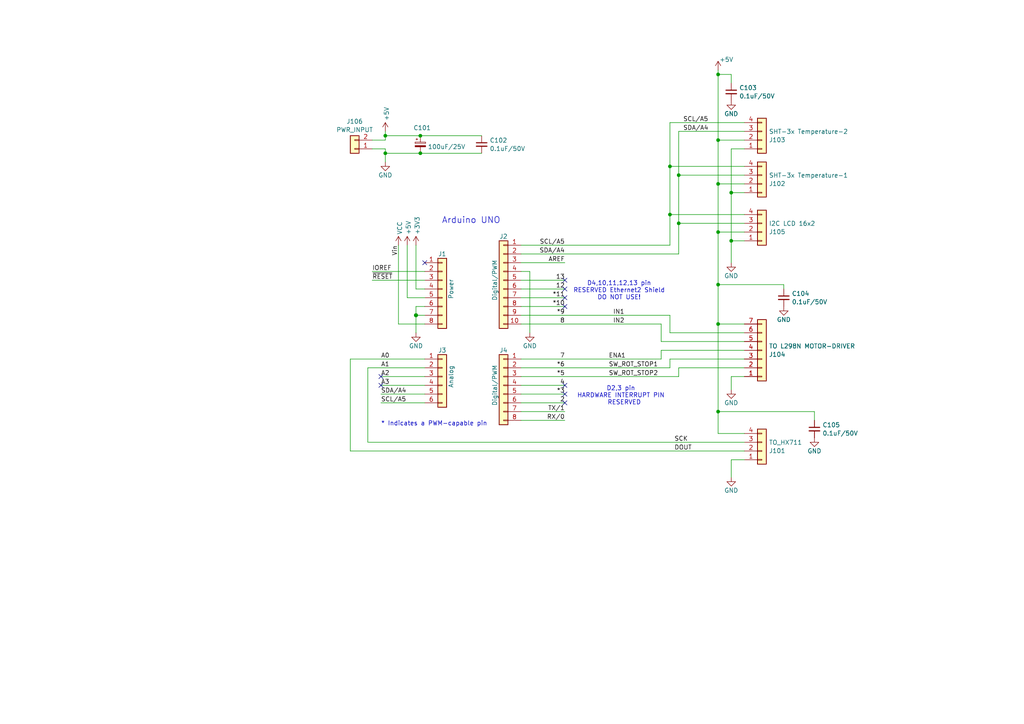
<source format=kicad_sch>
(kicad_sch (version 20231120) (generator "eeschema") (generator_version "8.0")
  (paper "A4")
  (title_block (title "Drainage volume measuring device") (date "2024-05-26") (rev "R000") (company "AMPSD"))
  (lib_symbols
    (symbol "Connector_Generic:Conn_01x02" (pin_names (offset 1.016) hide)
      (property "Reference" "J" (at 0 2.54 0))
      (property "Value" "Conn_01x02" (at 0 -5.08 0))
      (symbol "Conn_01x02_1_1"
        (rectangle (start -1.27 -2.413) (end 0 -2.667) (stroke (width 0.1524)))
        (rectangle (start -1.27 0.127) (end 0 -0.127) (stroke (width 0.1524)))
        (rectangle (start -1.27 1.27) (end 1.27 -3.81) (stroke (width 0.254)) (fill (type background)))
        (pin passive line (at -5.08 0 0) (length 3.81) (name "Pin_1") (number "1"))
        (pin passive line (at -5.08 -2.54 0) (length 3.81) (name "Pin_2") (number "2"))
      )
    )
    (symbol "Connector_Generic:Conn_01x04" (pin_names (offset 1.016) hide)
      (property "Reference" "J" (at 0 5.08 0))
      (property "Value" "Conn_01x04" (at 0 -7.62 0))
      (symbol "Conn_01x04_1_1"
        (rectangle (start -1.27 -4.953) (end 0 -5.207) (stroke (width 0.1524)))
        (rectangle (start -1.27 -2.413) (end 0 -2.667) (stroke (width 0.1524)))
        (rectangle (start -1.27 0.127) (end 0 -0.127) (stroke (width 0.1524)))
        (rectangle (start -1.27 2.667) (end 0 2.413) (stroke (width 0.1524)))
        (rectangle (start -1.27 3.81) (end 1.27 -6.35) (stroke (width 0.254)) (fill (type background)))
        (pin passive line (at -5.08 2.54 0) (length 3.81) (name "Pin_1") (number "1"))
        (pin passive line (at -5.08 0 0) (length 3.81) (name "Pin_2") (number "2"))
        (pin passive line (at -5.08 -2.54 0) (length 3.81) (name "Pin_3") (number "3"))
        (pin passive line (at -5.08 -5.08 0) (length 3.81) (name "Pin_4") (number "4"))
      )
    )
    (symbol "Connector_Generic:Conn_01x06" (pin_names (offset 1.016) hide)
      (property "Reference" "J" (at 0 7.62 0))
      (property "Value" "Conn_01x06" (at 0 -10.16 0))
      (symbol "Conn_01x06_1_1"
        (rectangle (start -1.27 -7.493) (end 0 -7.747) (stroke (width 0.1524)))
        (rectangle (start -1.27 -4.953) (end 0 -5.207) (stroke (width 0.1524)))
        (rectangle (start -1.27 -2.413) (end 0 -2.667) (stroke (width 0.1524)))
        (rectangle (start -1.27 0.127) (end 0 -0.127) (stroke (width 0.1524)))
        (rectangle (start -1.27 2.667) (end 0 2.413) (stroke (width 0.1524)))
        (rectangle (start -1.27 5.207) (end 0 4.953) (stroke (width 0.1524)))
        (rectangle (start -1.27 6.35) (end 1.27 -8.89) (stroke (width 0.254)) (fill (type background)))
        (pin passive line (at -5.08 5.08 0) (length 3.81) (name "Pin_1") (number "1"))
        (pin passive line (at -5.08 2.54 0) (length 3.81) (name "Pin_2") (number "2"))
        (pin passive line (at -5.08 0 0) (length 3.81) (name "Pin_3") (number "3"))
        (pin passive line (at -5.08 -2.54 0) (length 3.81) (name "Pin_4") (number "4"))
        (pin passive line (at -5.08 -5.08 0) (length 3.81) (name "Pin_5") (number "5"))
        (pin passive line (at -5.08 -7.62 0) (length 3.81) (name "Pin_6") (number "6"))
      )
    )
    (symbol "Connector_Generic:Conn_01x07" (pin_names (offset 1.016) hide)
      (property "Reference" "J" (at 0 10.16 0))
      (property "Value" "Conn_01x07" (at 0 -10.16 0))
      (symbol "Conn_01x07_1_1"
        (rectangle (start -1.27 -7.493) (end 0 -7.747) (stroke (width 0.1524)))
        (rectangle (start -1.27 -4.953) (end 0 -5.207) (stroke (width 0.1524)))
        (rectangle (start -1.27 -2.413) (end 0 -2.667) (stroke (width 0.1524)))
        (rectangle (start -1.27 0.127) (end 0 -0.127) (stroke (width 0.1524)))
        (rectangle (start -1.27 2.667) (end 0 2.413) (stroke (width 0.1524)))
        (rectangle (start -1.27 5.207) (end 0 4.953) (stroke (width 0.1524)))
        (rectangle (start -1.27 7.747) (end 0 7.493) (stroke (width 0.1524)))
        (rectangle (start -1.27 8.89) (end 1.27 -8.89) (stroke (width 0.254)) (fill (type background)))
        (pin passive line (at -5.08 7.62 0) (length 3.81) (name "Pin_1") (number "1"))
        (pin passive line (at -5.08 5.08 0) (length 3.81) (name "Pin_2") (number "2"))
        (pin passive line (at -5.08 2.54 0) (length 3.81) (name "Pin_3") (number "3"))
        (pin passive line (at -5.08 0 0) (length 3.81) (name "Pin_4") (number "4"))
        (pin passive line (at -5.08 -2.54 0) (length 3.81) (name "Pin_5") (number "5"))
        (pin passive line (at -5.08 -5.08 0) (length 3.81) (name "Pin_6") (number "6"))
        (pin passive line (at -5.08 -7.62 0) (length 3.81) (name "Pin_7") (number "7"))
      )
    )
    (symbol "Connector_Generic:Conn_01x08" (pin_names (offset 1.016) hide)
      (property "Reference" "J" (at 0 10.16 0))
      (property "Value" "Conn_01x08" (at 0 -12.7 0))
      (symbol "Conn_01x08_1_1"
        (rectangle (start -1.27 -10.033) (end 0 -10.287) (stroke (width 0.1524)))
        (rectangle (start -1.27 -7.493) (end 0 -7.747) (stroke (width 0.1524)))
        (rectangle (start -1.27 -4.953) (end 0 -5.207) (stroke (width 0.1524)))
        (rectangle (start -1.27 -2.413) (end 0 -2.667) (stroke (width 0.1524)))
        (rectangle (start -1.27 0.127) (end 0 -0.127) (stroke (width 0.1524)))
        (rectangle (start -1.27 2.667) (end 0 2.413) (stroke (width 0.1524)))
        (rectangle (start -1.27 5.207) (end 0 4.953) (stroke (width 0.1524)))
        (rectangle (start -1.27 7.747) (end 0 7.493) (stroke (width 0.1524)))
        (rectangle (start -1.27 8.89) (end 1.27 -11.43) (stroke (width 0.254)) (fill (type background)))
        (pin passive line (at -5.08 7.62 0) (length 3.81) (name "Pin_1") (number "1"))
        (pin passive line (at -5.08 5.08 0) (length 3.81) (name "Pin_2") (number "2"))
        (pin passive line (at -5.08 2.54 0) (length 3.81) (name "Pin_3") (number "3"))
        (pin passive line (at -5.08 0 0) (length 3.81) (name "Pin_4") (number "4"))
        (pin passive line (at -5.08 -2.54 0) (length 3.81) (name "Pin_5") (number "5"))
        (pin passive line (at -5.08 -5.08 0) (length 3.81) (name "Pin_6") (number "6"))
        (pin passive line (at -5.08 -7.62 0) (length 3.81) (name "Pin_7") (number "7"))
        (pin passive line (at -5.08 -10.16 0) (length 3.81) (name "Pin_8") (number "8"))
      )
    )
    (symbol "Connector_Generic:Conn_01x10" (pin_names (offset 1.016) hide)
      (property "Reference" "J" (at 0 12.7 0))
      (property "Value" "Conn_01x10" (at 0 -15.24 0))
      (symbol "Conn_01x10_1_1"
        (rectangle (start -1.27 -12.573) (end 0 -12.827) (stroke (width 0.1524)))
        (rectangle (start -1.27 -10.033) (end 0 -10.287) (stroke (width 0.1524)))
        (rectangle (start -1.27 -7.493) (end 0 -7.747) (stroke (width 0.1524)))
        (rectangle (start -1.27 -4.953) (end 0 -5.207) (stroke (width 0.1524)))
        (rectangle (start -1.27 -2.413) (end 0 -2.667) (stroke (width 0.1524)))
        (rectangle (start -1.27 0.127) (end 0 -0.127) (stroke (width 0.1524)))
        (rectangle (start -1.27 2.667) (end 0 2.413) (stroke (width 0.1524)))
        (rectangle (start -1.27 5.207) (end 0 4.953) (stroke (width 0.1524)))
        (rectangle (start -1.27 7.747) (end 0 7.493) (stroke (width 0.1524)))
        (rectangle (start -1.27 10.287) (end 0 10.033) (stroke (width 0.1524)))
        (rectangle (start -1.27 11.43) (end 1.27 -13.97) (stroke (width 0.254)) (fill (type background)))
        (pin passive line (at -5.08 10.16 0) (length 3.81) (name "Pin_1") (number "1"))
        (pin passive line (at -5.08 -12.7 0) (length 3.81) (name "Pin_10") (number "10"))
        (pin passive line (at -5.08 7.62 0) (length 3.81) (name "Pin_2") (number "2"))
        (pin passive line (at -5.08 5.08 0) (length 3.81) (name "Pin_3") (number "3"))
        (pin passive line (at -5.08 2.54 0) (length 3.81) (name "Pin_4") (number "4"))
        (pin passive line (at -5.08 0 0) (length 3.81) (name "Pin_5") (number "5"))
        (pin passive line (at -5.08 -2.54 0) (length 3.81) (name "Pin_6") (number "6"))
        (pin passive line (at -5.08 -5.08 0) (length 3.81) (name "Pin_7") (number "7"))
        (pin passive line (at -5.08 -7.62 0) (length 3.81) (name "Pin_8") (number "8"))
        (pin passive line (at -5.08 -10.16 0) (length 3.81) (name "Pin_9") (number "9"))
      )
    )
    (symbol "Device:C_Polarized_Small" (pin_numbers hide) (pin_names (offset 0.254) hide)
      (property "Reference" "C" (at 0.254 1.778 0))
      (property "Value" "C_Polarized_Small" (at 0.254 -2.032 0))
      (symbol "C_Polarized_Small_0_1"
        (rectangle (start -1.524 -0.3048) (end 1.524 -0.6858) (fill (type outline)))
        (rectangle (start -1.524 0.6858) (end 1.524 0.3048))
        (polyline (pts (xy -1.27 1.524) (xy -0.762 1.524)))
        (polyline (pts (xy -1.016 1.27) (xy -1.016 1.778)))
      )
      (symbol "C_Polarized_Small_1_1"
        (pin passive line (at 0 2.54 270) (length 1.8542) (name "~") (number "1"))
        (pin passive line (at 0 -2.54 90) (length 1.8542) (name "~") (number "2"))
      )
    )
    (symbol "Device:C_Small" (pin_numbers hide) (pin_names (offset 0.254) hide)
      (property "Reference" "C" (at 0.254 1.778 0))
      (property "Value" "C_Small" (at 0.254 -2.032 0))
      (symbol "C_Small_0_1"
        (polyline (pts (xy -1.524 -0.508) (xy 1.524 -0.508)) (stroke (width 0.3302)))
        (polyline (pts (xy -1.524 0.508) (xy 1.524 0.508)) (stroke (width 0.3048)))
      )
      (symbol "C_Small_1_1"
        (pin passive line (at 0 2.54 270) (length 2.032) (name "~") (number "1"))
        (pin passive line (at 0 -2.54 90) (length 2.032) (name "~") (number "2"))
      )
    )
    (symbol "power:+3V3" (power) (pin_names (offset 0))
      (property "Value" "+3V3" (at 0 3.556 0))
      (symbol "+3V3_0_1"
        (polyline (pts (xy -0.762 1.27) (xy 0 2.54)))
        (polyline (pts (xy 0 0) (xy 0 2.54)))
        (polyline (pts (xy 0 2.54) (xy 0.762 1.27)))
      )
      (symbol "+3V3_1_1"
        (pin power_in line (at 0 0 90) (length 0) hide (name "+3V3") (number "1"))
      )
    )
    (symbol "power:+5V" (power) (pin_names (offset 0))
      (property "Value" "+5V" (at 0 3.556 0))
      (symbol "+5V_0_1"
        (polyline (pts (xy -0.762 1.27) (xy 0 2.54)))
        (polyline (pts (xy 0 0) (xy 0 2.54)))
        (polyline (pts (xy 0 2.54) (xy 0.762 1.27)))
      )
      (symbol "+5V_1_1"
        (pin power_in line (at 0 0 90) (length 0) hide (name "+5V") (number "1"))
      )
    )
    (symbol "power:GND" (power) (pin_names (offset 0))
      (property "Value" "GND" (at 0 -3.81 0))
      (symbol "GND_0_1"
        (polyline (pts (xy 0 0) (xy 0 -1.27) (xy 1.27 -1.27) (xy 0 -2.54) (xy -1.27 -1.27) (xy 0 -1.27)))
      )
      (symbol "GND_1_1"
        (pin power_in line (at 0 0 270) (length 0) hide (name "GND") (number "1"))
      )
    )
    (symbol "power:VCC" (power) (pin_names (offset 0))
      (property "Value" "VCC" (at 0 3.81 0))
      (symbol "VCC_0_1"
        (polyline (pts (xy -0.762 1.27) (xy 0 2.54)))
        (polyline (pts (xy 0 0) (xy 0 2.54)))
        (polyline (pts (xy 0 2.54) (xy 0.762 1.27)))
      )
      (symbol "VCC_1_1"
        (pin power_in line (at 0 0 90) (length 0) hide (name "VCC") (number "1"))
      )
    )
  )
  (junction (at 196.85 64.77))
  (junction (at 120.65 91.44) (diameter 1.016))
  (junction (at 208.28 119.38))
  (junction (at 208.28 93.98))
  (junction (at 208.28 53.34))
  (junction (at 111.76 44.45))
  (junction (at 194.31 62.23))
  (junction (at 212.09 69.85))
  (junction (at 121.92 39.37))
  (junction (at 208.28 40.64))
  (junction (at 111.76 39.37))
  (junction (at 208.28 21.59))
  (junction (at 121.92 44.45))
  (junction (at 196.85 50.8))
  (junction (at 194.31 48.26))
  (junction (at 208.28 67.31))
  (junction (at 208.28 82.55))
  (junction (at 212.09 55.88))
  (no_connect (at 110.49 109.22))
  (no_connect (at 163.83 81.28))
  (no_connect (at 163.83 83.82))
  (no_connect (at 163.83 88.9))
  (no_connect (at 163.83 86.36))
  (no_connect (at 163.83 111.76))
  (no_connect (at 110.49 111.76))
  (no_connect (at 123.19 76.2))
  (no_connect (at 163.83 114.3))
  (no_connect (at 163.83 116.84))
  (wire (pts (xy 151.13 121.92) (xy 163.83 121.92)))
  (wire (pts (xy 215.9 133.35) (xy 212.09 133.35)))
  (wire (pts (xy 194.31 48.26) (xy 215.9 48.26)))
  (wire (pts (xy 194.31 106.68) (xy 194.31 104.14)))
  (wire (pts (xy 151.13 88.9) (xy 163.83 88.9)))
  (wire (pts (xy 151.13 91.44) (xy 194.31 91.44)))
  (wire (pts (xy 151.13 71.12) (xy 194.31 71.12)))
  (wire (pts (xy 111.76 44.45) (xy 111.76 46.99)))
  (wire (pts (xy 227.33 82.55) (xy 208.28 82.55)))
  (wire (pts (xy 212.09 109.22) (xy 212.09 113.03)))
  (wire (pts (xy 227.33 83.82) (xy 227.33 82.55)))
  (wire (pts (xy 212.09 69.85) (xy 215.9 69.85)))
  (wire (pts (xy 120.65 88.9) (xy 120.65 91.44)))
  (wire (pts (xy 110.49 116.84) (xy 123.19 116.84)))
  (wire (pts (xy 196.85 38.1) (xy 196.85 50.8)))
  (wire (pts (xy 106.68 128.27) (xy 215.9 128.27)))
  (wire (pts (xy 196.85 64.77) (xy 196.85 50.8)))
  (wire (pts (xy 120.65 91.44) (xy 120.65 96.52)))
  (wire (pts (xy 194.31 96.52) (xy 215.9 96.52)))
  (wire (pts (xy 120.65 83.82) (xy 123.19 83.82)))
  (wire (pts (xy 101.6 130.81) (xy 215.9 130.81)))
  (wire (pts (xy 194.31 35.56) (xy 215.9 35.56)))
  (wire (pts (xy 196.85 109.22) (xy 196.85 106.68)))
  (wire (pts (xy 118.11 86.36) (xy 123.19 86.36)))
  (wire (pts (xy 208.28 40.64) (xy 208.28 21.59)))
  (wire (pts (xy 191.77 104.14) (xy 191.77 101.6)))
  (wire (pts (xy 118.11 71.12) (xy 118.11 86.36)))
  (wire (pts (xy 212.09 21.59) (xy 212.09 24.13)))
  (wire (pts (xy 215.9 43.18) (xy 212.09 43.18)))
  (wire (pts (xy 196.85 38.1) (xy 215.9 38.1)))
  (wire (pts (xy 215.9 93.98) (xy 208.28 93.98)))
  (wire (pts (xy 208.28 53.34) (xy 208.28 40.64)))
  (wire (pts (xy 151.13 81.28) (xy 163.83 81.28)))
  (wire (pts (xy 106.68 106.68) (xy 123.19 106.68)))
  (wire (pts (xy 120.65 71.12) (xy 120.65 83.82)))
  (wire (pts (xy 151.13 104.14) (xy 191.77 104.14)))
  (wire (pts (xy 208.28 21.59) (xy 208.28 20.32)))
  (wire (pts (xy 111.76 40.64) (xy 111.76 39.37)))
  (wire (pts (xy 194.31 104.14) (xy 215.9 104.14)))
  (wire (pts (xy 151.13 83.82) (xy 163.83 83.82)))
  (wire (pts (xy 212.09 55.88) (xy 212.09 69.85)))
  (wire (pts (xy 212.09 133.35) (xy 212.09 138.43)))
  (wire (pts (xy 151.13 106.68) (xy 194.31 106.68)))
  (wire (pts (xy 194.31 35.56) (xy 194.31 48.26)))
  (wire (pts (xy 107.95 43.18) (xy 111.76 43.18)))
  (wire (pts (xy 194.31 62.23) (xy 194.31 71.12)))
  (wire (pts (xy 191.77 99.06) (xy 215.9 99.06)))
  (wire (pts (xy 151.13 111.76) (xy 163.83 111.76)))
  (wire (pts (xy 212.09 43.18) (xy 212.09 55.88)))
  (wire (pts (xy 106.68 128.27) (xy 106.68 106.68)))
  (wire (pts (xy 107.95 78.74) (xy 123.19 78.74)))
  (wire (pts (xy 151.13 114.3) (xy 163.83 114.3)))
  (wire (pts (xy 111.76 39.37) (xy 121.92 39.37)))
  (wire (pts (xy 208.28 93.98) (xy 208.28 82.55)))
  (wire (pts (xy 212.09 69.85) (xy 212.09 76.2)))
  (wire (pts (xy 208.28 82.55) (xy 208.28 67.31)))
  (wire (pts (xy 215.9 109.22) (xy 212.09 109.22)))
  (wire (pts (xy 236.22 119.38) (xy 208.28 119.38)))
  (wire (pts (xy 111.76 39.37) (xy 111.76 38.1)))
  (wire (pts (xy 153.67 78.74) (xy 153.67 96.52)))
  (wire (pts (xy 151.13 76.2) (xy 163.83 76.2)))
  (wire (pts (xy 191.77 93.98) (xy 151.13 93.98)))
  (wire (pts (xy 123.19 109.22) (xy 110.49 109.22)))
  (wire (pts (xy 107.95 81.28) (xy 123.19 81.28)))
  (wire (pts (xy 123.19 91.44) (xy 120.65 91.44)))
  (wire (pts (xy 196.85 106.68) (xy 215.9 106.68)))
  (wire (pts (xy 101.6 104.14) (xy 123.19 104.14)))
  (wire (pts (xy 123.19 93.98) (xy 115.57 93.98)))
  (wire (pts (xy 208.28 119.38) (xy 208.28 93.98)))
  (wire (pts (xy 212.09 55.88) (xy 215.9 55.88)))
  (wire (pts (xy 121.92 39.37) (xy 139.7 39.37)))
  (wire (pts (xy 215.9 125.73) (xy 208.28 125.73)))
  (wire (pts (xy 151.13 78.74) (xy 153.67 78.74)))
  (wire (pts (xy 208.28 21.59) (xy 212.09 21.59)))
  (wire (pts (xy 123.19 88.9) (xy 120.65 88.9)))
  (wire (pts (xy 101.6 130.81) (xy 101.6 104.14)))
  (wire (pts (xy 236.22 121.92) (xy 236.22 119.38)))
  (wire (pts (xy 107.95 40.64) (xy 111.76 40.64)))
  (wire (pts (xy 151.13 86.36) (xy 163.83 86.36)))
  (wire (pts (xy 194.31 62.23) (xy 215.9 62.23)))
  (wire (pts (xy 196.85 73.66) (xy 196.85 64.77)))
  (wire (pts (xy 121.92 44.45) (xy 139.7 44.45)))
  (wire (pts (xy 208.28 125.73) (xy 208.28 119.38)))
  (wire (pts (xy 194.31 48.26) (xy 194.31 62.23)))
  (wire (pts (xy 151.13 109.22) (xy 196.85 109.22)))
  (wire (pts (xy 208.28 53.34) (xy 215.9 53.34)))
  (wire (pts (xy 191.77 101.6) (xy 215.9 101.6)))
  (wire (pts (xy 194.31 91.44) (xy 194.31 96.52)))
  (wire (pts (xy 110.49 111.76) (xy 123.19 111.76)))
  (wire (pts (xy 111.76 44.45) (xy 121.92 44.45)))
  (wire (pts (xy 196.85 50.8) (xy 215.9 50.8)))
  (wire (pts (xy 151.13 116.84) (xy 163.83 116.84)))
  (wire (pts (xy 151.13 73.66) (xy 196.85 73.66)))
  (wire (pts (xy 208.28 67.31) (xy 208.28 53.34)))
  (wire (pts (xy 111.76 43.18) (xy 111.76 44.45)))
  (wire (pts (xy 208.28 40.64) (xy 215.9 40.64)))
  (wire (pts (xy 215.9 67.31) (xy 208.28 67.31)))
  (wire (pts (xy 196.85 64.77) (xy 215.9 64.77)))
  (wire (pts (xy 151.13 119.38) (xy 163.83 119.38)))
  (wire (pts (xy 115.57 93.98) (xy 115.57 71.12)))
  (wire (pts (xy 123.19 114.3) (xy 110.49 114.3)))
  (wire (pts (xy 191.77 99.06) (xy 191.77 93.98)))
  (text "D4,10,11,12,13 pin\nRESERVED Ethernet2 Shield\nDO NOT USE!" (at 179.578 84.328 0) (effects (font (size 1.27 1.27))))
  (text "D2,3 pin\nHARDWARE INTERRUPT PIN\n  RESERVED" (at 180.086 114.808 0) (effects (font (size 1.27 1.27))))
  (text "* Indicates a PWM-capable pin" (at 110.49 123.698 0) (effects (font (size 1.27 1.27)) (justify left bottom)))
  (text "Arduino UNO" (at 136.652 64.008 0) (effects (font (size 1.778 1.778))))
  (label "RX{slash}0" (at 163.83 121.92 180))
  (label "A2" (at 110.49 109.22 0))
  (label "4" (at 163.83 111.76 180))
  (label "SW_ROT_STOP1" (at 176.53 106.68 0))
  (label "SW_ROT_STOP2" (at 176.53 109.22 0))
  (label "SCK" (at 195.58 128.27 0))
  (label "2" (at 163.83 116.84 180))
  (label "A3" (at 110.49 111.76 0))
  (label "DOUT" (at 195.58 130.81 0))
  (label "13" (at 163.83 81.28 180))
  (label "12" (at 163.83 83.82 180))
  (label "~{RESET}" (at 107.95 81.28 0))
  (label "*10" (at 163.83 88.9 180))
  (label "7" (at 163.83 104.14 180))
  (label "SDA{slash}A4" (at 163.83 73.66 180))
  (label "8" (at 163.83 93.98 180))
  (label "IN2" (at 177.8 93.98 0))
  (label "*11" (at 163.83 86.36 180))
  (label "*3" (at 163.83 114.3 180))
  (label "A1" (at 110.49 106.68 0))
  (label "TX{slash}1" (at 163.83 119.38 180))
  (label "A0" (at 110.49 104.14 0))
  (label "AREF" (at 163.83 76.2 180))
  (label "Vin" (at 115.57 71.12 270))
  (label "ENA1" (at 176.53 104.14 0))
  (label "*6" (at 163.83 106.68 180))
  (label "SCL{slash}A5" (at 198.12 35.56 0))
  (label "SCL{slash}A5" (at 163.83 71.12 180))
  (label "*9" (at 163.83 91.44 180))
  (label "SDA{slash}A4" (at 198.12 38.1 0))
  (label "*5" (at 163.83 109.22 180))
  (label "IOREF" (at 107.95 78.74 0))
  (label "SDA{slash}A4" (at 110.49 114.3 0))
  (label "IN1" (at 177.8 91.44 0))
  (label "SCL{slash}A5" (at 110.49 116.84 0))
  (symbol (lib_id "Connector_Generic:Conn_01x08") (at 128.27 83.82 0) (unit 1)
    (property "Reference" "J1" (at 128.27 73.66 0))
    (property "Value" "Power" (at 130.81 83.82 90))
    (property "Footprint" "Connector_PinSocket_2.54mm:PinSocket_1x08_P2.54mm_Vertical" (effects (hide yes)))
  )
  (symbol (lib_id "power:+3V3") (at 120.65 71.12 0) (unit 1)
    (property "Reference" "#PWR03" (effects (hide yes)))
    (property "Value" "+3V3" (at 121.031 68.072 90) (effects (justify left)))
  )
  (symbol (lib_id "power:+5V") (at 118.11 71.12 0) (unit 1)
    (property "Reference" "#PWR02" (effects (hide yes)))
    (property "Value" "+5V" (at 118.4656 68.072 90) (effects (justify left)))
  )
  (symbol (lib_id "power:GND") (at 120.65 96.52 0) (unit 1)
    (property "Reference" "#PWR04" (effects (hide yes)))
    (property "Value" "GND" (at 120.65 100.33 0))
  )
  (symbol (lib_id "Connector_Generic:Conn_01x10") (at 146.05 81.28 0) (mirror y) (unit 1)
    (property "Reference" "J2" (at 146.05 68.58 0))
    (property "Value" "Digital/PWM" (at 143.51 81.28 90))
    (property "Footprint" "Connector_PinSocket_2.54mm:PinSocket_1x10_P2.54mm_Vertical" (effects (hide yes)))
  )
  (symbol (lib_id "power:GND") (at 153.67 96.52 0) (unit 1)
    (property "Reference" "#PWR05" (effects (hide yes)))
    (property "Value" "GND" (at 153.67 100.33 0))
  )
  (symbol (lib_id "Connector_Generic:Conn_01x06") (at 128.27 109.22 0) (unit 1)
    (property "Reference" "J3" (at 128.27 101.6 0))
    (property "Value" "Analog" (at 130.81 109.22 90))
    (property "Footprint" "Connector_PinSocket_2.54mm:PinSocket_1x06_P2.54mm_Vertical" (effects (hide yes)))
  )
  (symbol (lib_id "Connector_Generic:Conn_01x08") (at 146.05 111.76 0) (mirror y) (unit 1)
    (property "Reference" "J4" (at 146.05 101.6 0))
    (property "Value" "Digital/PWM" (at 143.51 111.76 90))
    (property "Footprint" "Connector_PinSocket_2.54mm:PinSocket_1x08_P2.54mm_Vertical" (effects (hide yes)))
  )
  (symbol (lib_id "Device:C_Small") (at 236.22 124.46 0) (unit 1)
    (property "Reference" "C105" (at 238.5441 123.2541 0) (effects (justify left)))
    (property "Value" "0.1uF/50V" (at 238.5441 125.6784 0) (effects (justify left)))
    (property "Footprint" "Capacitor_THT:C_Disc_D3.8mm_W2.6mm_P2.50mm" (effects (hide yes)))
    (property "Description" "Unpolarized capacitor, small symbol" (effects (hide yes)))
  )
  (symbol (lib_id "power:GND") (at 236.22 127 0) (unit 1)
    (property "Reference" "#PWR0109" (effects (hide yes)))
    (property "Value" "GND" (at 236.22 130.81 0))
  )
  (symbol (lib_id "Connector_Generic:Conn_01x04") (at 220.98 67.31 0) (mirror x) (unit 1)
    (property "Reference" "J105" (at 223.012 67.2522 0) (effects (justify left)))
    (property "Value" "I2C LCD 16x2" (at 223.012 64.8279 0) (effects (justify left)))
    (property "Footprint" "Connector_JST:JST_XH_B4B-XH-AM_1x04_P2.50mm_Vertical" (effects (hide yes)))
    (property "Description" "Generic connector, single row, 01x04, script generated (kicad-library-utils/schlib/autogen/connector/)" (effects (hide yes)))
  )
  (symbol (lib_id "Connector_Generic:Conn_01x04") (at 220.98 130.81 0) (mirror x) (unit 1)
    (property "Reference" "J101" (at 223.012 130.7522 0) (effects (justify left)))
    (property "Value" "TO_HX711" (at 223.012 128.3279 0) (effects (justify left)))
    (property "Footprint" "Connector_JST:JST_XH_B4B-XH-AM_1x04_P2.50mm_Vertical" (effects (hide yes)))
    (property "Description" "Generic connector, single row, 01x04, script generated (kicad-library-utils/schlib/autogen/connector/)" (effects (hide yes)))
  )
  (symbol (lib_id "power:GND") (at 111.76 46.99 0) (unit 1)
    (property "Reference" "#PWR0105" (effects (hide yes)))
    (property "Value" "GND" (at 111.76 50.8 0))
  )
  (symbol (lib_id "power:VCC") (at 115.57 71.12 0) (unit 1)
    (property "Reference" "#PWR01" (effects (hide yes)))
    (property "Value" "VCC" (at 115.951 68.072 90) (effects (justify left)))
  )
  (symbol (lib_id "Connector_Generic:Conn_01x04") (at 220.98 40.64 0) (mirror x) (unit 1)
    (property "Reference" "J103" (at 223.012 40.5822 0) (effects (justify left)))
    (property "Value" "SHT-3x Temperature-2" (at 223.012 38.1579 0) (effects (justify left)))
    (property "Footprint" "Connector_JST:JST_XH_B4B-XH-AM_1x04_P2.50mm_Vertical" (effects (hide yes)))
    (property "Description" "Generic connector, single row, 01x04, script generated (kicad-library-utils/schlib/autogen/connector/)" (effects (hide yes)))
  )
  (symbol (lib_id "Device:C_Small") (at 139.7 41.91 0) (unit 1)
    (property "Reference" "C102" (at 142.0241 40.7041 0) (effects (justify left)))
    (property "Value" "0.1uF/50V" (at 142.0241 43.1284 0) (effects (justify left)))
    (property "Footprint" "Capacitor_THT:C_Disc_D3.8mm_W2.6mm_P2.50mm" (effects (hide yes)))
    (property "Description" "Unpolarized capacitor, small symbol" (effects (hide yes)))
  )
  (symbol (lib_id "Connector_Generic:Conn_01x07") (at 220.98 101.6 0) (mirror x) (unit 1)
    (property "Reference" "J104" (at 223.012 102.8122 0) (effects (justify left)))
    (property "Value" "TO L298N MOTOR-DRIVER" (at 223.012 100.3879 0) (effects (justify left)))
    (property "Footprint" "Connector_JST:JST_XH_B7B-XH-AM_1x07_P2.50mm_Vertical" (effects (hide yes)))
    (property "Description" "Generic connector, single row, 01x07, script generated (kicad-library-utils/schlib/autogen/connector/)" (effects (hide yes)))
  )
  (symbol (lib_id "Device:C_Small") (at 227.33 86.36 0) (unit 1)
    (property "Reference" "C104" (at 229.6541 85.1541 0) (effects (justify left)))
    (property "Value" "0.1uF/50V" (at 229.6541 87.5784 0) (effects (justify left)))
    (property "Footprint" "Capacitor_THT:C_Disc_D3.8mm_W2.6mm_P2.50mm" (effects (hide yes)))
    (property "Description" "Unpolarized capacitor, small symbol" (effects (hide yes)))
  )
  (symbol (lib_id "power:GND") (at 227.33 88.9 0) (unit 1)
    (property "Reference" "#PWR0108" (effects (hide yes)))
    (property "Value" "GND" (at 227.33 92.71 0))
  )
  (symbol (lib_id "Device:C_Small") (at 212.09 26.67 0) (unit 1)
    (property "Reference" "C103" (at 214.4141 25.4641 0) (effects (justify left)))
    (property "Value" "0.1uF/50V" (at 214.4141 27.8884 0) (effects (justify left)))
    (property "Footprint" "Capacitor_THT:C_Disc_D3.8mm_W2.6mm_P2.50mm" (effects (hide yes)))
    (property "Description" "Unpolarized capacitor, small symbol" (effects (hide yes)))
  )
  (symbol (lib_id "power:GND") (at 212.09 29.21 0) (unit 1)
    (property "Reference" "#PWR0107" (effects (hide yes)))
    (property "Value" "GND" (at 212.09 33.02 0))
  )
  (symbol (lib_id "power:+5V") (at 111.76 38.1 0) (unit 1)
    (property "Reference" "#PWR0106" (effects (hide yes)))
    (property "Value" "+5V" (at 112.1156 35.052 90) (effects (justify left)))
  )
  (symbol (lib_id "Connector_Generic:Conn_01x04") (at 220.98 53.34 0) (mirror x) (unit 1)
    (property "Reference" "J102" (at 223.012 53.2822 0) (effects (justify left)))
    (property "Value" "SHT-3x Temperature-1" (at 223.012 50.8579 0) (effects (justify left)))
    (property "Footprint" "Connector_JST:JST_XH_B4B-XH-AM_1x04_P2.50mm_Vertical" (effects (hide yes)))
    (property "Description" "Generic connector, single row, 01x04, script generated (kicad-library-utils/schlib/autogen/connector/)" (effects (hide yes)))
  )
  (symbol (lib_id "Device:C_Polarized_Small") (at 121.92 41.91 0) (unit 1)
    (property "Reference" "C101" (at 119.888 37.084 0) (effects (justify left)))
    (property "Value" "100uF/25V" (at 124.079 42.576 0) (effects (justify left)))
    (property "Footprint" "Capacitor_THT:CP_Radial_D5.0mm_P2.00mm" (effects (hide yes)))
    (property "Description" "Polarized capacitor, small symbol" (effects (hide yes)))
  )
  (symbol (lib_id "power:GND") (at 212.09 113.03 0) (unit 1)
    (property "Reference" "#PWR0103" (effects (hide yes)))
    (property "Value" "GND" (at 212.09 116.84 0))
  )
  (symbol (lib_id "power:GND") (at 212.09 76.2 0) (unit 1)
    (property "Reference" "#PWR0101" (effects (hide yes)))
    (property "Value" "GND" (at 212.09 80.01 0))
  )
  (symbol (lib_id "power:+5V") (at 208.28 20.32 0) (unit 1)
    (property "Reference" "#PWR0102" (effects (hide yes)))
    (property "Value" "+5V" (at 208.6356 17.272 0) (effects (justify left)))
  )
  (symbol (lib_id "Connector_Generic:Conn_01x02") (at 102.87 43.18 180) (unit 1)
    (property "Reference" "J106" (at 102.87 35.2255 0))
    (property "Value" "PWR_INPUT" (at 102.87 37.6498 0))
    (property "Footprint" "Connector_JST:JST_XH_B2B-XH-AM_1x02_P2.50mm_Vertical" (effects (hide yes)))
    (property "Description" "Generic connector, single row, 01x02, script generated (kicad-library-utils/schlib/autogen/connector/)" (effects (hide yes)))
  )
  (symbol (lib_id "power:GND") (at 212.09 138.43 0) (unit 1)
    (property "Reference" "#PWR0104" (effects (hide yes)))
    (property "Value" "GND" (at 212.09 142.24 0))
  )
)
</source>
